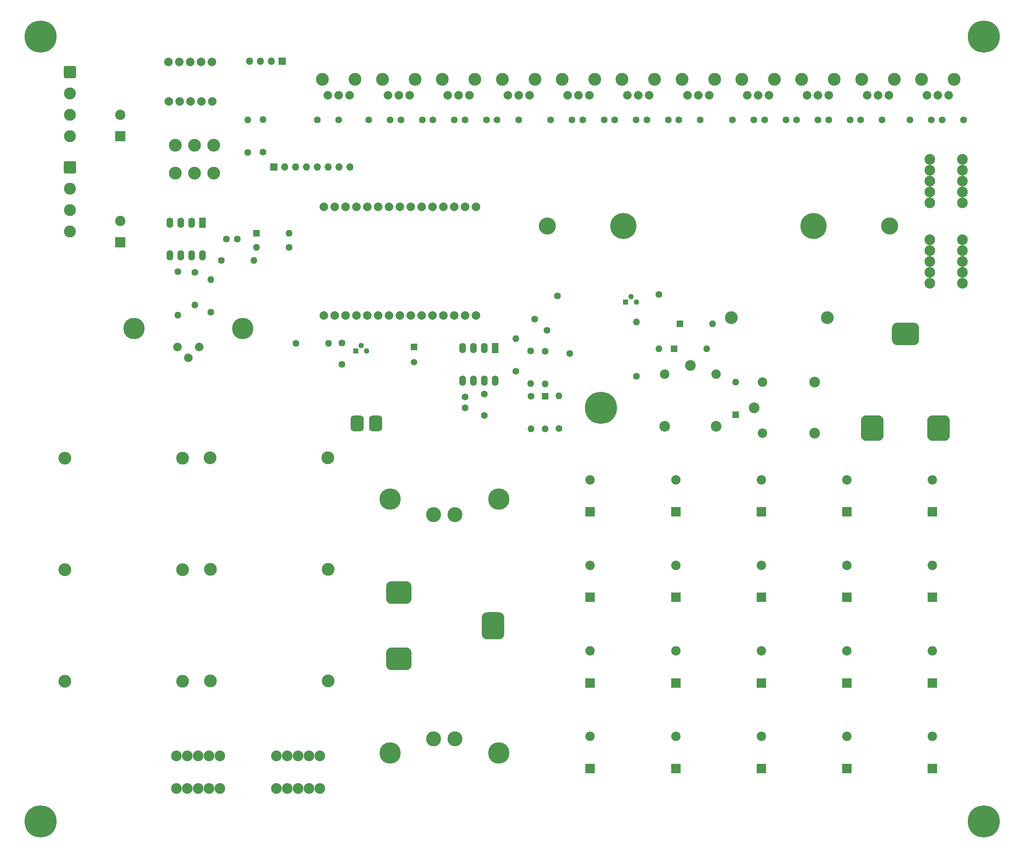
<source format=gbr>
%TF.GenerationSoftware,KiCad,Pcbnew,8.0.8*%
%TF.CreationDate,2025-05-01T12:20:28+01:00*%
%TF.ProjectId,HVPSController,48565053-436f-46e7-9472-6f6c6c65722e,rev?*%
%TF.SameCoordinates,Original*%
%TF.FileFunction,Soldermask,Top*%
%TF.FilePolarity,Negative*%
%FSLAX46Y46*%
G04 Gerber Fmt 4.6, Leading zero omitted, Abs format (unit mm)*
G04 Created by KiCad (PCBNEW 8.0.8) date 2025-05-01 12:20:28*
%MOMM*%
%LPD*%
G01*
G04 APERTURE LIST*
G04 Aperture macros list*
%AMRoundRect*
0 Rectangle with rounded corners*
0 $1 Rounding radius*
0 $2 $3 $4 $5 $6 $7 $8 $9 X,Y pos of 4 corners*
0 Add a 4 corners polygon primitive as box body*
4,1,4,$2,$3,$4,$5,$6,$7,$8,$9,$2,$3,0*
0 Add four circle primitives for the rounded corners*
1,1,$1+$1,$2,$3*
1,1,$1+$1,$4,$5*
1,1,$1+$1,$6,$7*
1,1,$1+$1,$8,$9*
0 Add four rect primitives between the rounded corners*
20,1,$1+$1,$2,$3,$4,$5,0*
20,1,$1+$1,$4,$5,$6,$7,0*
20,1,$1+$1,$6,$7,$8,$9,0*
20,1,$1+$1,$8,$9,$2,$3,0*%
%AMHorizOval*
0 Thick line with rounded ends*
0 $1 width*
0 $2 $3 position (X,Y) of the first rounded end (center of the circle)*
0 $4 $5 position (X,Y) of the second rounded end (center of the circle)*
0 Add line between two ends*
20,1,$1,$2,$3,$4,$5,0*
0 Add two circle primitives to create the rounded ends*
1,1,$1,$2,$3*
1,1,$1,$4,$5*%
G04 Aperture macros list end*
%ADD10R,1.524000X1.524000*%
%ADD11C,1.524000*%
%ADD12R,2.400000X2.400000*%
%ADD13C,2.400000*%
%ADD14R,1.700000X1.700000*%
%ADD15O,1.700000X1.700000*%
%ADD16C,3.000000*%
%ADD17C,2.000000*%
%ADD18C,1.600000*%
%ADD19O,1.600000X1.600000*%
%ADD20R,2.200000X2.200000*%
%ADD21C,2.200000*%
%ADD22C,7.500000*%
%ADD23C,5.000000*%
%ADD24C,2.500000*%
%ADD25RoundRect,0.250001X-1.149999X1.149999X-1.149999X-1.149999X1.149999X-1.149999X1.149999X1.149999X0*%
%ADD26C,2.800000*%
%ADD27R,1.600000X1.600000*%
%ADD28C,3.500000*%
%ADD29RoundRect,1.332500X-1.662500X1.332500X-1.662500X-1.332500X1.662500X-1.332500X1.662500X1.332500X0*%
%ADD30RoundRect,1.320000X-1.320000X1.855000X-1.320000X-1.855000X1.320000X-1.855000X1.320000X1.855000X0*%
%ADD31R,1.300000X1.300000*%
%ADD32C,1.300000*%
%ADD33C,4.000000*%
%ADD34C,6.100000*%
%ADD35R,1.600000X2.400000*%
%ADD36O,1.600000X2.400000*%
%ADD37RoundRect,0.762500X0.762500X-1.077500X0.762500X1.077500X-0.762500X1.077500X-0.762500X-1.077500X0*%
%ADD38HorizOval,1.600000X0.000000X0.000000X0.000000X0.000000X0*%
%ADD39HorizOval,1.600000X0.000000X0.000000X0.000000X0.000000X0*%
%ADD40RoundRect,1.332500X-1.332500X-1.662500X1.332500X-1.662500X1.332500X1.662500X-1.332500X1.662500X0*%
%ADD41RoundRect,1.320000X-1.855000X-1.320000X1.855000X-1.320000X1.855000X1.320000X-1.855000X1.320000X0*%
G04 APERTURE END LIST*
D10*
%TO.C,C25*%
X116800000Y-120100000D03*
D11*
X116800000Y-123600000D03*
%TD*%
D12*
%TO.C,C3*%
X48200000Y-95600000D03*
D13*
X48200000Y-90600000D03*
%TD*%
D12*
%TO.C,C2*%
X48200000Y-70800000D03*
D13*
X48200000Y-65800000D03*
%TD*%
D14*
%TO.C,J1*%
X86000000Y-53250000D03*
D15*
X83460000Y-53250000D03*
X80920000Y-53250000D03*
X78380000Y-53250000D03*
%TD*%
D16*
%TO.C,OT1*%
X103060000Y-57500000D03*
X95440000Y-57500000D03*
D17*
X96710000Y-61250000D03*
X99250000Y-61250000D03*
X101790000Y-61250000D03*
%TD*%
D16*
%TO.C,OR2*%
X131060000Y-57500000D03*
X123440000Y-57500000D03*
D17*
X124710000Y-61250000D03*
X127250000Y-61250000D03*
X129790000Y-61250000D03*
%TD*%
D16*
%TO.C,C51*%
X96737436Y-172050000D03*
X69237436Y-172050000D03*
%TD*%
D18*
%TO.C,R17*%
X174100000Y-107750000D03*
D19*
X174100000Y-120450000D03*
%TD*%
D20*
%TO.C,C23*%
X218000000Y-158600000D03*
D21*
X218000000Y-151100000D03*
%TD*%
D16*
%TO.C,OR7*%
X243060000Y-57500000D03*
X235440000Y-57500000D03*
D17*
X236710000Y-61250000D03*
X239250000Y-61250000D03*
X241790000Y-61250000D03*
%TD*%
D20*
%TO.C,C43*%
X218000000Y-218600000D03*
D21*
X218000000Y-211100000D03*
%TD*%
D18*
%TO.C,R11*%
X140600000Y-125710000D03*
D19*
X140600000Y-118090000D03*
%TD*%
D22*
%TO.C,J15*%
X160500000Y-134300000D03*
%TD*%
D16*
%TO.C,S1*%
X61000000Y-72900000D03*
X65500000Y-72900000D03*
X70000000Y-72900000D03*
X61000000Y-79400000D03*
X65500000Y-79400000D03*
X70000000Y-79400000D03*
%TD*%
D17*
%TO.C,U4*%
X61500000Y-120100000D03*
X64040000Y-122600000D03*
X66580000Y-120100000D03*
%TD*%
D18*
%TO.C,R15*%
X89180000Y-119200000D03*
D19*
X96800000Y-119200000D03*
%TD*%
D23*
%TO.C,H2*%
X136600000Y-215000000D03*
X111200000Y-215000000D03*
%TD*%
D16*
%TO.C,OR4*%
X173060000Y-57500000D03*
X165440000Y-57500000D03*
D17*
X166710000Y-61250000D03*
X169250000Y-61250000D03*
X171790000Y-61250000D03*
%TD*%
D18*
%TO.C,C6*%
X106250000Y-67000000D03*
X111250000Y-67000000D03*
%TD*%
D20*
%TO.C,C29*%
X238000000Y-158600000D03*
D21*
X238000000Y-151100000D03*
%TD*%
D24*
%TO.C,J3*%
X84670000Y-215690000D03*
X84670000Y-223310000D03*
X87210000Y-215690000D03*
X87210000Y-223310000D03*
X89750000Y-215690000D03*
X89750000Y-223310000D03*
X92290000Y-215690000D03*
X92290000Y-223310000D03*
X94830000Y-215690000D03*
X94830000Y-223310000D03*
%TD*%
D20*
%TO.C,C44*%
X238000000Y-218600000D03*
D21*
X238000000Y-211100000D03*
%TD*%
D20*
%TO.C,C31*%
X178000000Y-198600000D03*
D21*
X178000000Y-191100000D03*
%TD*%
D18*
%TO.C,R8*%
X144200000Y-131590000D03*
D19*
X144200000Y-139210000D03*
%TD*%
D25*
%TO.C,J7*%
X36400000Y-55800000D03*
D26*
X36400000Y-60800000D03*
X36400000Y-65800000D03*
X36400000Y-70800000D03*
%TD*%
D18*
%TO.C,C1*%
X75540000Y-94800000D03*
X73000000Y-94800000D03*
%TD*%
%TO.C,C8*%
X133750000Y-67000000D03*
X128750000Y-67000000D03*
%TD*%
D16*
%TO.C,F1*%
X213460000Y-113200000D03*
X191000000Y-113200000D03*
%TD*%
D18*
%TO.C,C16*%
X203750000Y-67000000D03*
X198750000Y-67000000D03*
%TD*%
D24*
%TO.C,J5*%
X237380000Y-105120000D03*
X245000000Y-105120000D03*
X237380000Y-102580000D03*
X245000000Y-102580000D03*
X237380000Y-100040000D03*
X245000000Y-100040000D03*
X237380000Y-97500000D03*
X245000000Y-97500000D03*
X237380000Y-94960000D03*
X245000000Y-94960000D03*
%TD*%
D18*
%TO.C,R7*%
X150700000Y-139110000D03*
D19*
X150700000Y-131490000D03*
%TD*%
D20*
%TO.C,C34*%
X238000000Y-198600000D03*
D21*
X238000000Y-191100000D03*
%TD*%
D18*
%TO.C,C19*%
X133215000Y-131100000D03*
X133215000Y-136100000D03*
%TD*%
%TO.C,C45*%
X232750000Y-67000000D03*
X237750000Y-67000000D03*
%TD*%
%TO.C,C17*%
X206250000Y-67000000D03*
X211250000Y-67000000D03*
%TD*%
D20*
%TO.C,C20*%
X158000000Y-158600000D03*
D21*
X158000000Y-151100000D03*
%TD*%
D18*
%TO.C,R1*%
X61600000Y-102420000D03*
D19*
X61600000Y-112580000D03*
%TD*%
D20*
%TO.C,C30*%
X158000000Y-198600000D03*
D21*
X158000000Y-191100000D03*
%TD*%
D27*
%TO.C,D6*%
X178980000Y-114600000D03*
D19*
X186600000Y-114600000D03*
%TD*%
D20*
%TO.C,C37*%
X198000000Y-178600000D03*
D21*
X198000000Y-171100000D03*
%TD*%
%TO.C,U7*%
X187400000Y-126400000D03*
D24*
X181400000Y-124400000D03*
D21*
X175400000Y-126400000D03*
D24*
X175400000Y-138600000D03*
X187400000Y-138600000D03*
%TD*%
D20*
%TO.C,C41*%
X178000000Y-218600000D03*
D21*
X178000000Y-211100000D03*
%TD*%
D22*
%TO.C,J12*%
X29500000Y-231000000D03*
%TD*%
D28*
%TO.C,D8*%
X121400000Y-159300000D03*
X126400000Y-159300000D03*
%TD*%
D29*
%TO.C,L2*%
X113250000Y-177450000D03*
X113250000Y-192950000D03*
D30*
X135250000Y-185250000D03*
%TD*%
D31*
%TO.C,U3*%
X103220000Y-120960000D03*
D32*
X104490000Y-119690000D03*
X105760000Y-120960000D03*
%TD*%
D18*
%TO.C,C11*%
X161250000Y-67000000D03*
X156250000Y-67000000D03*
%TD*%
D24*
%TO.C,J6*%
X237380000Y-86370000D03*
X245000000Y-86370000D03*
X237380000Y-83830000D03*
X245000000Y-83830000D03*
X237380000Y-81290000D03*
X245000000Y-81290000D03*
X237380000Y-78750000D03*
X245000000Y-78750000D03*
X237380000Y-76210000D03*
X245000000Y-76210000D03*
%TD*%
D20*
%TO.C,C36*%
X178000000Y-178600000D03*
D21*
X178000000Y-171100000D03*
%TD*%
D27*
%TO.C,D5*%
X177590000Y-120500000D03*
D19*
X185210000Y-120500000D03*
%TD*%
D14*
%TO.C,J2*%
X84025000Y-77950000D03*
D15*
X86565000Y-77950000D03*
X89105000Y-77950000D03*
X91645000Y-77950000D03*
X94185000Y-77950000D03*
X96725000Y-77950000D03*
X99265000Y-77950000D03*
X101805000Y-77950000D03*
%TD*%
D18*
%TO.C,C27*%
X226250000Y-67000000D03*
X221250000Y-67000000D03*
%TD*%
D22*
%TO.C,J11*%
X29500000Y-47500000D03*
%TD*%
D16*
%TO.C,OR6*%
X215060000Y-57500000D03*
X207440000Y-57500000D03*
D17*
X208710000Y-61250000D03*
X211250000Y-61250000D03*
X213790000Y-61250000D03*
%TD*%
D18*
%TO.C,C5*%
X118750000Y-67000000D03*
X113750000Y-67000000D03*
%TD*%
D16*
%TO.C,C50*%
X96737436Y-198150000D03*
X69237436Y-198150000D03*
%TD*%
D22*
%TO.C,J13*%
X250000000Y-231000000D03*
%TD*%
D20*
%TO.C,C32*%
X198000000Y-198600000D03*
D21*
X198000000Y-191100000D03*
%TD*%
D16*
%TO.C,OT2*%
X145060000Y-57500000D03*
X137440000Y-57500000D03*
D17*
X138710000Y-61250000D03*
X141250000Y-61250000D03*
X143790000Y-61250000D03*
%TD*%
D20*
%TO.C,C35*%
X158000000Y-178600000D03*
D21*
X158000000Y-171100000D03*
%TD*%
D19*
%TO.C,R3*%
X79410000Y-99800000D03*
D18*
X71790000Y-99800000D03*
%TD*%
D20*
%TO.C,C21*%
X178000000Y-158600000D03*
D21*
X178000000Y-151100000D03*
%TD*%
D16*
%TO.C,C49*%
X62737436Y-198250000D03*
X35237436Y-198250000D03*
%TD*%
D33*
%TO.C,R4*%
X148000000Y-91750000D03*
X228000000Y-91750000D03*
D34*
X210250000Y-91750000D03*
X165750000Y-91750000D03*
%TD*%
D18*
%TO.C,C9*%
X141250000Y-67000000D03*
X136250000Y-67000000D03*
%TD*%
D20*
%TO.C,C39*%
X238000000Y-178600000D03*
D21*
X238000000Y-171100000D03*
%TD*%
D28*
%TO.C,D1*%
X126400000Y-211675000D03*
X121400000Y-211675000D03*
%TD*%
D17*
%TO.C,J9*%
X59480000Y-62650000D03*
X62020000Y-62650000D03*
X64560000Y-62650000D03*
X67100000Y-62650000D03*
X69640000Y-62650000D03*
%TD*%
D20*
%TO.C,C38*%
X218000000Y-178600000D03*
D21*
X218000000Y-171100000D03*
%TD*%
D31*
%TO.C,U5*%
X166230000Y-109560000D03*
D32*
X167500000Y-108290000D03*
X168770000Y-109560000D03*
%TD*%
D16*
%TO.C,C47*%
X62737436Y-146050000D03*
X35237436Y-146050000D03*
%TD*%
D18*
%TO.C,R10*%
X144100000Y-120990000D03*
D19*
X144100000Y-128610000D03*
%TD*%
D17*
%TO.C,X1*%
X95750000Y-112700000D03*
X98290000Y-112700000D03*
X100830000Y-112700000D03*
X103370000Y-112700000D03*
X105910000Y-112700000D03*
X108450000Y-112700000D03*
X110990000Y-112700000D03*
X113530000Y-112700000D03*
X116070000Y-112700000D03*
X118610000Y-112700000D03*
X121150000Y-112700000D03*
X123690000Y-112700000D03*
X126230000Y-112700000D03*
X128770000Y-112700000D03*
X131310000Y-112700000D03*
X131310000Y-87300000D03*
X128770000Y-87300000D03*
X126230000Y-87300000D03*
X123690000Y-87300000D03*
X121150000Y-87300000D03*
X118610000Y-87300000D03*
X116070000Y-87300000D03*
X113530000Y-87300000D03*
X110990000Y-87300000D03*
X108450000Y-87300000D03*
X105910000Y-87300000D03*
X103370000Y-87300000D03*
X100830000Y-87300000D03*
X98290000Y-87300000D03*
X95750000Y-87300000D03*
%TD*%
%TO.C,J10*%
X69560000Y-53400000D03*
X67020000Y-53400000D03*
X64480000Y-53400000D03*
X61940000Y-53400000D03*
X59400000Y-53400000D03*
%TD*%
D18*
%TO.C,R5*%
X168800000Y-126900000D03*
D19*
X168800000Y-114200000D03*
%TD*%
D20*
%TO.C,C22*%
X198000000Y-158600000D03*
D21*
X198000000Y-151100000D03*
%TD*%
D20*
%TO.C,C40*%
X158000000Y-218600000D03*
D21*
X158000000Y-211100000D03*
%TD*%
D35*
%TO.C,U2*%
X135780000Y-120280000D03*
D36*
X133240000Y-120280000D03*
X130700000Y-120280000D03*
X128160000Y-120280000D03*
X128160000Y-127900000D03*
X130700000Y-127900000D03*
X133240000Y-127900000D03*
X135780000Y-127900000D03*
%TD*%
D18*
%TO.C,R19*%
X78000000Y-74560000D03*
D19*
X78000000Y-66940000D03*
%TD*%
D37*
%TO.C,R9*%
X103500000Y-137900000D03*
X107820000Y-137900000D03*
%TD*%
D18*
%TO.C,R16*%
X145000000Y-113500000D03*
D38*
X150388154Y-108111846D03*
%TD*%
D18*
%TO.C,R18*%
X81500000Y-74500000D03*
D19*
X81500000Y-66880000D03*
%TD*%
D23*
%TO.C,H1*%
X111200000Y-155600000D03*
X136600000Y-155600000D03*
%TD*%
D18*
%TO.C,C13*%
X176250000Y-67000000D03*
X171250000Y-67000000D03*
%TD*%
D16*
%TO.C,OR1*%
X117060000Y-57500000D03*
X109440000Y-57500000D03*
D17*
X110710000Y-61250000D03*
X113250000Y-61250000D03*
X115790000Y-61250000D03*
%TD*%
D18*
%TO.C,C4*%
X99250000Y-67000000D03*
X94250000Y-67000000D03*
%TD*%
%TO.C,R13*%
X87610000Y-96800000D03*
D19*
X79990000Y-96800000D03*
%TD*%
D24*
%TO.C,J4*%
X61250000Y-215690000D03*
X61250000Y-223310000D03*
X63790000Y-215690000D03*
X63790000Y-223310000D03*
X66330000Y-215690000D03*
X66330000Y-223310000D03*
X68870000Y-215690000D03*
X68870000Y-223310000D03*
X71410000Y-215690000D03*
X71410000Y-223310000D03*
%TD*%
D18*
%TO.C,C7*%
X121250000Y-67000000D03*
X126250000Y-67000000D03*
%TD*%
D16*
%TO.C,C48*%
X62737436Y-172150000D03*
X35237436Y-172150000D03*
%TD*%
D18*
%TO.C,R2*%
X69300000Y-111910000D03*
D19*
X69300000Y-104290000D03*
%TD*%
D35*
%TO.C,U1*%
X67410000Y-91000000D03*
D36*
X64870000Y-91000000D03*
X62330000Y-91000000D03*
X59790000Y-91000000D03*
X59790000Y-98620000D03*
X62330000Y-98620000D03*
X64870000Y-98620000D03*
X67410000Y-98620000D03*
%TD*%
D18*
%TO.C,C24*%
X99990000Y-119100000D03*
X99990000Y-124100000D03*
%TD*%
%TO.C,C15*%
X191250000Y-67000000D03*
X196250000Y-67000000D03*
%TD*%
%TO.C,R6*%
X147880000Y-116190000D03*
D39*
X153268154Y-121578154D03*
%TD*%
D18*
%TO.C,R12*%
X147500000Y-121090000D03*
D19*
X147500000Y-128710000D03*
%TD*%
D18*
%TO.C,C10*%
X148750000Y-67000000D03*
X153750000Y-67000000D03*
%TD*%
D27*
%TO.C,D3*%
X147500000Y-131580000D03*
D19*
X147500000Y-139200000D03*
%TD*%
D16*
%TO.C,OT4*%
X229060000Y-57500000D03*
X221440000Y-57500000D03*
D17*
X222710000Y-61250000D03*
X225250000Y-61250000D03*
X227790000Y-61250000D03*
%TD*%
D16*
%TO.C,C52*%
X96687436Y-146000000D03*
X69187436Y-146000000D03*
%TD*%
D18*
%TO.C,C12*%
X163750000Y-67000000D03*
X168750000Y-67000000D03*
%TD*%
D40*
%TO.C,L1*%
X223950000Y-139000000D03*
X239450000Y-139000000D03*
D41*
X231750000Y-117000000D03*
%TD*%
D21*
%TO.C,U6*%
X198300000Y-128250000D03*
D24*
X196300000Y-134250000D03*
D21*
X198300000Y-140250000D03*
D24*
X210500000Y-140250000D03*
X210500000Y-128250000D03*
%TD*%
D18*
%TO.C,C46*%
X245250000Y-67000000D03*
X240250000Y-67000000D03*
%TD*%
D22*
%TO.C,J14*%
X250000000Y-47500000D03*
%TD*%
D16*
%TO.C,OR3*%
X159060000Y-57500000D03*
X151440000Y-57500000D03*
D17*
X152710000Y-61250000D03*
X155250000Y-61250000D03*
X157790000Y-61250000D03*
%TD*%
D18*
%TO.C,C28*%
X128800000Y-131760000D03*
X128800000Y-134300000D03*
%TD*%
D27*
%TO.C,D4*%
X192000000Y-135910000D03*
D19*
X192000000Y-128290000D03*
%TD*%
D18*
%TO.C,R14*%
X65600000Y-102590000D03*
D19*
X65600000Y-110210000D03*
%TD*%
D18*
%TO.C,C14*%
X183750000Y-67000000D03*
X178750000Y-67000000D03*
%TD*%
D20*
%TO.C,C42*%
X198000000Y-218600000D03*
D21*
X198000000Y-211100000D03*
%TD*%
D16*
%TO.C,OT3*%
X187060000Y-57500000D03*
X179440000Y-57500000D03*
D17*
X180710000Y-61250000D03*
X183250000Y-61250000D03*
X185790000Y-61250000D03*
%TD*%
D25*
%TO.C,J8*%
X36400000Y-78050000D03*
D26*
X36400000Y-83050000D03*
X36400000Y-88050000D03*
X36400000Y-93050000D03*
%TD*%
D16*
%TO.C,OR5*%
X201060000Y-57500000D03*
X193440000Y-57500000D03*
D17*
X194710000Y-61250000D03*
X197250000Y-61250000D03*
X199790000Y-61250000D03*
%TD*%
D27*
%TO.C,D2*%
X79990000Y-93500000D03*
D19*
X87610000Y-93500000D03*
%TD*%
D23*
%TO.C,H5*%
X51340000Y-115750000D03*
X76740000Y-115750000D03*
%TD*%
D18*
%TO.C,C18*%
X218750000Y-67000000D03*
X213750000Y-67000000D03*
%TD*%
D20*
%TO.C,C33*%
X218000000Y-198600000D03*
D21*
X218000000Y-191100000D03*
%TD*%
M02*

</source>
